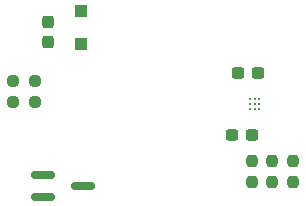
<source format=gtp>
G04 #@! TF.GenerationSoftware,KiCad,Pcbnew,8.0.4*
G04 #@! TF.CreationDate,2024-09-19T17:48:01+02:00*
G04 #@! TF.ProjectId,vibration-motor,76696272-6174-4696-9f6e-2d6d6f746f72,rev?*
G04 #@! TF.SameCoordinates,Original*
G04 #@! TF.FileFunction,Paste,Top*
G04 #@! TF.FilePolarity,Positive*
%FSLAX46Y46*%
G04 Gerber Fmt 4.6, Leading zero omitted, Abs format (unit mm)*
G04 Created by KiCad (PCBNEW 8.0.4) date 2024-09-19 17:48:01*
%MOMM*%
%LPD*%
G01*
G04 APERTURE LIST*
G04 Aperture macros list*
%AMRoundRect*
0 Rectangle with rounded corners*
0 $1 Rounding radius*
0 $2 $3 $4 $5 $6 $7 $8 $9 X,Y pos of 4 corners*
0 Add a 4 corners polygon primitive as box body*
4,1,4,$2,$3,$4,$5,$6,$7,$8,$9,$2,$3,0*
0 Add four circle primitives for the rounded corners*
1,1,$1+$1,$2,$3*
1,1,$1+$1,$4,$5*
1,1,$1+$1,$6,$7*
1,1,$1+$1,$8,$9*
0 Add four rect primitives between the rounded corners*
20,1,$1+$1,$2,$3,$4,$5,0*
20,1,$1+$1,$4,$5,$6,$7,0*
20,1,$1+$1,$6,$7,$8,$9,0*
20,1,$1+$1,$8,$9,$2,$3,0*%
G04 Aperture macros list end*
%ADD10RoundRect,0.237500X0.250000X0.237500X-0.250000X0.237500X-0.250000X-0.237500X0.250000X-0.237500X0*%
%ADD11RoundRect,0.237500X-0.250000X-0.237500X0.250000X-0.237500X0.250000X0.237500X-0.250000X0.237500X0*%
%ADD12RoundRect,0.237500X0.237500X-0.300000X0.237500X0.300000X-0.237500X0.300000X-0.237500X-0.300000X0*%
%ADD13RoundRect,0.237500X0.237500X-0.250000X0.237500X0.250000X-0.237500X0.250000X-0.237500X-0.250000X0*%
%ADD14C,0.250000*%
%ADD15C,0.200000*%
%ADD16RoundRect,0.162500X-0.837500X-0.162500X0.837500X-0.162500X0.837500X0.162500X-0.837500X0.162500X0*%
%ADD17RoundRect,0.237500X0.300000X0.237500X-0.300000X0.237500X-0.300000X-0.237500X0.300000X-0.237500X0*%
%ADD18RoundRect,0.250000X-0.300000X0.300000X-0.300000X-0.300000X0.300000X-0.300000X0.300000X0.300000X0*%
%ADD19RoundRect,0.237500X-0.300000X-0.237500X0.300000X-0.237500X0.300000X0.237500X-0.300000X0.237500X0*%
G04 APERTURE END LIST*
D10*
X77375000Y-55892500D03*
X75550000Y-55892500D03*
D11*
X75537500Y-57687500D03*
X77362500Y-57687500D03*
D12*
X78525000Y-52625000D03*
X78525000Y-50900000D03*
D13*
X95750000Y-64500000D03*
X95750000Y-62675000D03*
D14*
X96400000Y-58250000D03*
X96000000Y-58250000D03*
X95600000Y-58250000D03*
X96400000Y-57850000D03*
X96000000Y-57850000D03*
X95600000Y-57850000D03*
X96400000Y-57450000D03*
D15*
X96000000Y-57450000D03*
D14*
X95600000Y-57450000D03*
D16*
X78050000Y-63850000D03*
X78050000Y-65750000D03*
X81470000Y-64800000D03*
D13*
X99250000Y-64500000D03*
X99250000Y-62675000D03*
X97500000Y-64500000D03*
X97500000Y-62675000D03*
D17*
X96275000Y-55250000D03*
X94550000Y-55250000D03*
D18*
X81275000Y-49975000D03*
X81275000Y-52775000D03*
D19*
X94050000Y-60500000D03*
X95775000Y-60500000D03*
M02*

</source>
